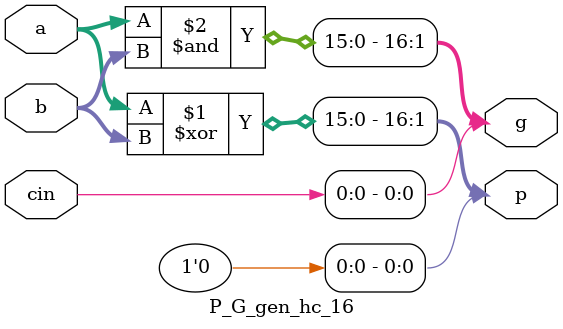
<source format=v>
/* verilator lint_off UNUSEDSIGNAL */
module HC_16 (a,b,cin,sum,cout);

input [16:1]a;
input [16:1]b;
input cin;
output [16:1]sum;
output cout;

wire [16:0]p;
wire [16:0]g;

P_G_gen_hc_16 pg_gen_hc (a,b,cin,p,g);
//level1

wire [7:0] gnpg_level1;
wire [7:0] pp_level1;

genvar i;
generate
     for (i = 0;i<8 ;i=i+1 ) begin
        assign gnpg_level1[i]=g[i*2+1]|p[i*2+1]&g[2*i];  // gnpg[0]=g1+p1g0
        assign pp_level1[i]=p[i*2+1]&p[i*2];              // pp[0]=p1p0
   end
endgenerate

//level2
wire  [7:0] gnpg_level2;
wire  [7:0] pp_level2;
assign gnpg_level2[0]=gnpg_level1[0];
assign pp_level2[0]=pp_level1[0];

generate
    for (i = 1;i<8 ;i=i+1 ) begin
        assign gnpg_level2[i]=gnpg_level1[i]|pp_level1[i]&gnpg_level1[i-1];  
        assign pp_level2[i]=pp_level1[i]&pp_level1[i-1];
   end
endgenerate


//level3
wire [7:0] gnpg_level3;
wire [7:0] pp_level3;
assign gnpg_level3[0]=gnpg_level2[0];
assign pp_level3[0]=pp_level2[0];
assign gnpg_level3[1]=gnpg_level2[1];
assign pp_level3[1]=pp_level2[1];

generate
    for (i = 2;i<8;i=i+1 ) begin
        assign gnpg_level3[i]=gnpg_level2[i]|pp_level2[i]&gnpg_level2[i-2]; 
        assign pp_level3[i]=pp_level2[i]&pp_level2[i-2];
   end
endgenerate


// level 4
wire [7:0] gnpg_level4;
wire [7:0] pp_level4;
assign gnpg_level4[0]=gnpg_level3[0];
assign pp_level4[0]=pp_level3[0];
assign gnpg_level4[1]=gnpg_level3[1];
assign pp_level4[1]=pp_level3[1];
assign gnpg_level4[2]=gnpg_level3[2];
assign pp_level4[2]=pp_level3[2];
assign gnpg_level4[3]=gnpg_level3[3];
assign pp_level4[3]=pp_level3[3];
generate
    for (i = 4;i<8 ;i=i+1 ) begin
        assign gnpg_level4[i]= gnpg_level3[i]|pp_level3[i]&gnpg_level3[i-4];
        assign pp_level4[i]= pp_level3[i]&pp_level3[i-4];
   end
endgenerate


// for sum 2n
assign sum[1]= cin^p[1];
generate
    for (i =1 ;i<9 ;i=i+1 ) begin
        assign sum[2*i]=gnpg_level4[i-1]^p[2*i]; 
    end
endgenerate

// for sum 2n+1
wire [7:1]c2n_1;
generate
    for (i =1;i<8 ;i=i+1 ) begin
     assign c2n_1[i]= g[2*i]|p[2*i]&gnpg_level4[i-1];
     assign sum[2*i+1]=c2n_1[i]^p[2*i+1];
    end 
endgenerate


// for cout
assign cout = g[16]| p[16]&gnpg_level4[7];


endmodule

module P_G_gen_hc_16 (a,b,cin,p,g);
input [15:0]a;
input [15:0]b;
input cin;
output [16:0]p;
output [16:0]g;
assign g[0]=cin;
assign p[0]=0;
assign p[16:1]=a^b;
assign g[16:1]=a&b;
endmodule


</source>
